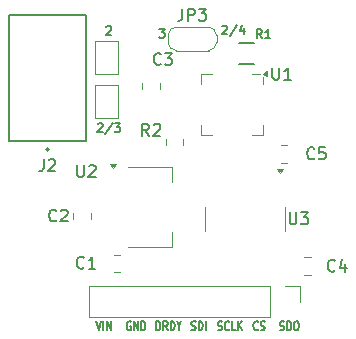
<source format=gbr>
%TF.GenerationSoftware,KiCad,Pcbnew,8.0.4*%
%TF.CreationDate,2024-10-25T14:16:06-05:00*%
%TF.ProjectId,weather-station-rtd,77656174-6865-4722-9d73-746174696f6e,rev?*%
%TF.SameCoordinates,Original*%
%TF.FileFunction,Legend,Top*%
%TF.FilePolarity,Positive*%
%FSLAX46Y46*%
G04 Gerber Fmt 4.6, Leading zero omitted, Abs format (unit mm)*
G04 Created by KiCad (PCBNEW 8.0.4) date 2024-10-25 14:16:06*
%MOMM*%
%LPD*%
G01*
G04 APERTURE LIST*
%ADD10C,0.127000*%
%ADD11C,0.150000*%
%ADD12C,0.120000*%
%ADD13C,0.200000*%
G04 APERTURE END LIST*
D10*
X170180637Y-115385096D02*
X170266352Y-115420810D01*
X170266352Y-115420810D02*
X170409209Y-115420810D01*
X170409209Y-115420810D02*
X170466352Y-115385096D01*
X170466352Y-115385096D02*
X170494923Y-115349381D01*
X170494923Y-115349381D02*
X170523494Y-115277953D01*
X170523494Y-115277953D02*
X170523494Y-115206524D01*
X170523494Y-115206524D02*
X170494923Y-115135096D01*
X170494923Y-115135096D02*
X170466352Y-115099381D01*
X170466352Y-115099381D02*
X170409209Y-115063667D01*
X170409209Y-115063667D02*
X170294923Y-115027953D01*
X170294923Y-115027953D02*
X170237780Y-114992238D01*
X170237780Y-114992238D02*
X170209209Y-114956524D01*
X170209209Y-114956524D02*
X170180637Y-114885096D01*
X170180637Y-114885096D02*
X170180637Y-114813667D01*
X170180637Y-114813667D02*
X170209209Y-114742238D01*
X170209209Y-114742238D02*
X170237780Y-114706524D01*
X170237780Y-114706524D02*
X170294923Y-114670810D01*
X170294923Y-114670810D02*
X170437780Y-114670810D01*
X170437780Y-114670810D02*
X170523494Y-114706524D01*
X170780638Y-115420810D02*
X170780638Y-114670810D01*
X170780638Y-114670810D02*
X170923495Y-114670810D01*
X170923495Y-114670810D02*
X171009209Y-114706524D01*
X171009209Y-114706524D02*
X171066352Y-114777953D01*
X171066352Y-114777953D02*
X171094923Y-114849381D01*
X171094923Y-114849381D02*
X171123495Y-114992238D01*
X171123495Y-114992238D02*
X171123495Y-115099381D01*
X171123495Y-115099381D02*
X171094923Y-115242238D01*
X171094923Y-115242238D02*
X171066352Y-115313667D01*
X171066352Y-115313667D02*
X171009209Y-115385096D01*
X171009209Y-115385096D02*
X170923495Y-115420810D01*
X170923495Y-115420810D02*
X170780638Y-115420810D01*
X171494923Y-114670810D02*
X171609209Y-114670810D01*
X171609209Y-114670810D02*
X171666352Y-114706524D01*
X171666352Y-114706524D02*
X171723495Y-114777953D01*
X171723495Y-114777953D02*
X171752066Y-114920810D01*
X171752066Y-114920810D02*
X171752066Y-115170810D01*
X171752066Y-115170810D02*
X171723495Y-115313667D01*
X171723495Y-115313667D02*
X171666352Y-115385096D01*
X171666352Y-115385096D02*
X171609209Y-115420810D01*
X171609209Y-115420810D02*
X171494923Y-115420810D01*
X171494923Y-115420810D02*
X171437781Y-115385096D01*
X171437781Y-115385096D02*
X171380638Y-115313667D01*
X171380638Y-115313667D02*
X171352066Y-115170810D01*
X171352066Y-115170810D02*
X171352066Y-114920810D01*
X171352066Y-114920810D02*
X171380638Y-114777953D01*
X171380638Y-114777953D02*
X171437781Y-114706524D01*
X171437781Y-114706524D02*
X171494923Y-114670810D01*
X157523494Y-114706524D02*
X157466352Y-114670810D01*
X157466352Y-114670810D02*
X157380637Y-114670810D01*
X157380637Y-114670810D02*
X157294923Y-114706524D01*
X157294923Y-114706524D02*
X157237780Y-114777953D01*
X157237780Y-114777953D02*
X157209209Y-114849381D01*
X157209209Y-114849381D02*
X157180637Y-114992238D01*
X157180637Y-114992238D02*
X157180637Y-115099381D01*
X157180637Y-115099381D02*
X157209209Y-115242238D01*
X157209209Y-115242238D02*
X157237780Y-115313667D01*
X157237780Y-115313667D02*
X157294923Y-115385096D01*
X157294923Y-115385096D02*
X157380637Y-115420810D01*
X157380637Y-115420810D02*
X157437780Y-115420810D01*
X157437780Y-115420810D02*
X157523494Y-115385096D01*
X157523494Y-115385096D02*
X157552066Y-115349381D01*
X157552066Y-115349381D02*
X157552066Y-115099381D01*
X157552066Y-115099381D02*
X157437780Y-115099381D01*
X157809209Y-115420810D02*
X157809209Y-114670810D01*
X157809209Y-114670810D02*
X158152066Y-115420810D01*
X158152066Y-115420810D02*
X158152066Y-114670810D01*
X158437780Y-115420810D02*
X158437780Y-114670810D01*
X158437780Y-114670810D02*
X158580637Y-114670810D01*
X158580637Y-114670810D02*
X158666351Y-114706524D01*
X158666351Y-114706524D02*
X158723494Y-114777953D01*
X158723494Y-114777953D02*
X158752065Y-114849381D01*
X158752065Y-114849381D02*
X158780637Y-114992238D01*
X158780637Y-114992238D02*
X158780637Y-115099381D01*
X158780637Y-115099381D02*
X158752065Y-115242238D01*
X158752065Y-115242238D02*
X158723494Y-115313667D01*
X158723494Y-115313667D02*
X158666351Y-115385096D01*
X158666351Y-115385096D02*
X158580637Y-115420810D01*
X158580637Y-115420810D02*
X158437780Y-115420810D01*
X155476409Y-89723038D02*
X155512123Y-89687324D01*
X155512123Y-89687324D02*
X155583552Y-89651610D01*
X155583552Y-89651610D02*
X155762123Y-89651610D01*
X155762123Y-89651610D02*
X155833552Y-89687324D01*
X155833552Y-89687324D02*
X155869266Y-89723038D01*
X155869266Y-89723038D02*
X155904980Y-89794467D01*
X155904980Y-89794467D02*
X155904980Y-89865896D01*
X155904980Y-89865896D02*
X155869266Y-89973038D01*
X155869266Y-89973038D02*
X155440694Y-90401610D01*
X155440694Y-90401610D02*
X155904980Y-90401610D01*
X154623494Y-114670810D02*
X154823494Y-115420810D01*
X154823494Y-115420810D02*
X155023494Y-114670810D01*
X155223495Y-115420810D02*
X155223495Y-114670810D01*
X155509209Y-115420810D02*
X155509209Y-114670810D01*
X155509209Y-114670810D02*
X155852066Y-115420810D01*
X155852066Y-115420810D02*
X155852066Y-114670810D01*
X164930637Y-115385096D02*
X165016352Y-115420810D01*
X165016352Y-115420810D02*
X165159209Y-115420810D01*
X165159209Y-115420810D02*
X165216352Y-115385096D01*
X165216352Y-115385096D02*
X165244923Y-115349381D01*
X165244923Y-115349381D02*
X165273494Y-115277953D01*
X165273494Y-115277953D02*
X165273494Y-115206524D01*
X165273494Y-115206524D02*
X165244923Y-115135096D01*
X165244923Y-115135096D02*
X165216352Y-115099381D01*
X165216352Y-115099381D02*
X165159209Y-115063667D01*
X165159209Y-115063667D02*
X165044923Y-115027953D01*
X165044923Y-115027953D02*
X164987780Y-114992238D01*
X164987780Y-114992238D02*
X164959209Y-114956524D01*
X164959209Y-114956524D02*
X164930637Y-114885096D01*
X164930637Y-114885096D02*
X164930637Y-114813667D01*
X164930637Y-114813667D02*
X164959209Y-114742238D01*
X164959209Y-114742238D02*
X164987780Y-114706524D01*
X164987780Y-114706524D02*
X165044923Y-114670810D01*
X165044923Y-114670810D02*
X165187780Y-114670810D01*
X165187780Y-114670810D02*
X165273494Y-114706524D01*
X165873495Y-115349381D02*
X165844923Y-115385096D01*
X165844923Y-115385096D02*
X165759209Y-115420810D01*
X165759209Y-115420810D02*
X165702066Y-115420810D01*
X165702066Y-115420810D02*
X165616352Y-115385096D01*
X165616352Y-115385096D02*
X165559209Y-115313667D01*
X165559209Y-115313667D02*
X165530638Y-115242238D01*
X165530638Y-115242238D02*
X165502066Y-115099381D01*
X165502066Y-115099381D02*
X165502066Y-114992238D01*
X165502066Y-114992238D02*
X165530638Y-114849381D01*
X165530638Y-114849381D02*
X165559209Y-114777953D01*
X165559209Y-114777953D02*
X165616352Y-114706524D01*
X165616352Y-114706524D02*
X165702066Y-114670810D01*
X165702066Y-114670810D02*
X165759209Y-114670810D01*
X165759209Y-114670810D02*
X165844923Y-114706524D01*
X165844923Y-114706524D02*
X165873495Y-114742238D01*
X166416352Y-115420810D02*
X166130638Y-115420810D01*
X166130638Y-115420810D02*
X166130638Y-114670810D01*
X166616352Y-115420810D02*
X166616352Y-114670810D01*
X166959209Y-115420810D02*
X166702066Y-114992238D01*
X166959209Y-114670810D02*
X166616352Y-115099381D01*
X154726409Y-97973038D02*
X154762123Y-97937324D01*
X154762123Y-97937324D02*
X154833552Y-97901610D01*
X154833552Y-97901610D02*
X155012123Y-97901610D01*
X155012123Y-97901610D02*
X155083552Y-97937324D01*
X155083552Y-97937324D02*
X155119266Y-97973038D01*
X155119266Y-97973038D02*
X155154980Y-98044467D01*
X155154980Y-98044467D02*
X155154980Y-98115896D01*
X155154980Y-98115896D02*
X155119266Y-98223038D01*
X155119266Y-98223038D02*
X154690694Y-98651610D01*
X154690694Y-98651610D02*
X155154980Y-98651610D01*
X156012123Y-97865896D02*
X155369266Y-98830181D01*
X156190694Y-97901610D02*
X156654980Y-97901610D01*
X156654980Y-97901610D02*
X156404980Y-98187324D01*
X156404980Y-98187324D02*
X156512123Y-98187324D01*
X156512123Y-98187324D02*
X156583552Y-98223038D01*
X156583552Y-98223038D02*
X156619266Y-98258753D01*
X156619266Y-98258753D02*
X156654980Y-98330181D01*
X156654980Y-98330181D02*
X156654980Y-98508753D01*
X156654980Y-98508753D02*
X156619266Y-98580181D01*
X156619266Y-98580181D02*
X156583552Y-98615896D01*
X156583552Y-98615896D02*
X156512123Y-98651610D01*
X156512123Y-98651610D02*
X156297837Y-98651610D01*
X156297837Y-98651610D02*
X156226409Y-98615896D01*
X156226409Y-98615896D02*
X156190694Y-98580181D01*
X165275609Y-89697838D02*
X165311323Y-89662124D01*
X165311323Y-89662124D02*
X165382752Y-89626410D01*
X165382752Y-89626410D02*
X165561323Y-89626410D01*
X165561323Y-89626410D02*
X165632752Y-89662124D01*
X165632752Y-89662124D02*
X165668466Y-89697838D01*
X165668466Y-89697838D02*
X165704180Y-89769267D01*
X165704180Y-89769267D02*
X165704180Y-89840696D01*
X165704180Y-89840696D02*
X165668466Y-89947838D01*
X165668466Y-89947838D02*
X165239894Y-90376410D01*
X165239894Y-90376410D02*
X165704180Y-90376410D01*
X166561323Y-89590696D02*
X165918466Y-90554981D01*
X167132752Y-89876410D02*
X167132752Y-90376410D01*
X166954180Y-89590696D02*
X166775609Y-90126410D01*
X166775609Y-90126410D02*
X167239894Y-90126410D01*
X168302066Y-115349381D02*
X168273494Y-115385096D01*
X168273494Y-115385096D02*
X168187780Y-115420810D01*
X168187780Y-115420810D02*
X168130637Y-115420810D01*
X168130637Y-115420810D02*
X168044923Y-115385096D01*
X168044923Y-115385096D02*
X167987780Y-115313667D01*
X167987780Y-115313667D02*
X167959209Y-115242238D01*
X167959209Y-115242238D02*
X167930637Y-115099381D01*
X167930637Y-115099381D02*
X167930637Y-114992238D01*
X167930637Y-114992238D02*
X167959209Y-114849381D01*
X167959209Y-114849381D02*
X167987780Y-114777953D01*
X167987780Y-114777953D02*
X168044923Y-114706524D01*
X168044923Y-114706524D02*
X168130637Y-114670810D01*
X168130637Y-114670810D02*
X168187780Y-114670810D01*
X168187780Y-114670810D02*
X168273494Y-114706524D01*
X168273494Y-114706524D02*
X168302066Y-114742238D01*
X168530637Y-115385096D02*
X168616352Y-115420810D01*
X168616352Y-115420810D02*
X168759209Y-115420810D01*
X168759209Y-115420810D02*
X168816352Y-115385096D01*
X168816352Y-115385096D02*
X168844923Y-115349381D01*
X168844923Y-115349381D02*
X168873494Y-115277953D01*
X168873494Y-115277953D02*
X168873494Y-115206524D01*
X168873494Y-115206524D02*
X168844923Y-115135096D01*
X168844923Y-115135096D02*
X168816352Y-115099381D01*
X168816352Y-115099381D02*
X168759209Y-115063667D01*
X168759209Y-115063667D02*
X168644923Y-115027953D01*
X168644923Y-115027953D02*
X168587780Y-114992238D01*
X168587780Y-114992238D02*
X168559209Y-114956524D01*
X168559209Y-114956524D02*
X168530637Y-114885096D01*
X168530637Y-114885096D02*
X168530637Y-114813667D01*
X168530637Y-114813667D02*
X168559209Y-114742238D01*
X168559209Y-114742238D02*
X168587780Y-114706524D01*
X168587780Y-114706524D02*
X168644923Y-114670810D01*
X168644923Y-114670810D02*
X168787780Y-114670810D01*
X168787780Y-114670810D02*
X168873494Y-114706524D01*
X159709209Y-115420810D02*
X159709209Y-114670810D01*
X159709209Y-114670810D02*
X159852066Y-114670810D01*
X159852066Y-114670810D02*
X159937780Y-114706524D01*
X159937780Y-114706524D02*
X159994923Y-114777953D01*
X159994923Y-114777953D02*
X160023494Y-114849381D01*
X160023494Y-114849381D02*
X160052066Y-114992238D01*
X160052066Y-114992238D02*
X160052066Y-115099381D01*
X160052066Y-115099381D02*
X160023494Y-115242238D01*
X160023494Y-115242238D02*
X159994923Y-115313667D01*
X159994923Y-115313667D02*
X159937780Y-115385096D01*
X159937780Y-115385096D02*
X159852066Y-115420810D01*
X159852066Y-115420810D02*
X159709209Y-115420810D01*
X160652066Y-115420810D02*
X160452066Y-115063667D01*
X160309209Y-115420810D02*
X160309209Y-114670810D01*
X160309209Y-114670810D02*
X160537780Y-114670810D01*
X160537780Y-114670810D02*
X160594923Y-114706524D01*
X160594923Y-114706524D02*
X160623494Y-114742238D01*
X160623494Y-114742238D02*
X160652066Y-114813667D01*
X160652066Y-114813667D02*
X160652066Y-114920810D01*
X160652066Y-114920810D02*
X160623494Y-114992238D01*
X160623494Y-114992238D02*
X160594923Y-115027953D01*
X160594923Y-115027953D02*
X160537780Y-115063667D01*
X160537780Y-115063667D02*
X160309209Y-115063667D01*
X160909209Y-115420810D02*
X160909209Y-114670810D01*
X160909209Y-114670810D02*
X161052066Y-114670810D01*
X161052066Y-114670810D02*
X161137780Y-114706524D01*
X161137780Y-114706524D02*
X161194923Y-114777953D01*
X161194923Y-114777953D02*
X161223494Y-114849381D01*
X161223494Y-114849381D02*
X161252066Y-114992238D01*
X161252066Y-114992238D02*
X161252066Y-115099381D01*
X161252066Y-115099381D02*
X161223494Y-115242238D01*
X161223494Y-115242238D02*
X161194923Y-115313667D01*
X161194923Y-115313667D02*
X161137780Y-115385096D01*
X161137780Y-115385096D02*
X161052066Y-115420810D01*
X161052066Y-115420810D02*
X160909209Y-115420810D01*
X161623494Y-115063667D02*
X161623494Y-115420810D01*
X161423494Y-114670810D02*
X161623494Y-115063667D01*
X161623494Y-115063667D02*
X161823494Y-114670810D01*
X159940694Y-89901610D02*
X160404980Y-89901610D01*
X160404980Y-89901610D02*
X160154980Y-90187324D01*
X160154980Y-90187324D02*
X160262123Y-90187324D01*
X160262123Y-90187324D02*
X160333552Y-90223038D01*
X160333552Y-90223038D02*
X160369266Y-90258753D01*
X160369266Y-90258753D02*
X160404980Y-90330181D01*
X160404980Y-90330181D02*
X160404980Y-90508753D01*
X160404980Y-90508753D02*
X160369266Y-90580181D01*
X160369266Y-90580181D02*
X160333552Y-90615896D01*
X160333552Y-90615896D02*
X160262123Y-90651610D01*
X160262123Y-90651610D02*
X160047837Y-90651610D01*
X160047837Y-90651610D02*
X159976409Y-90615896D01*
X159976409Y-90615896D02*
X159940694Y-90580181D01*
X162680637Y-115385096D02*
X162766352Y-115420810D01*
X162766352Y-115420810D02*
X162909209Y-115420810D01*
X162909209Y-115420810D02*
X162966352Y-115385096D01*
X162966352Y-115385096D02*
X162994923Y-115349381D01*
X162994923Y-115349381D02*
X163023494Y-115277953D01*
X163023494Y-115277953D02*
X163023494Y-115206524D01*
X163023494Y-115206524D02*
X162994923Y-115135096D01*
X162994923Y-115135096D02*
X162966352Y-115099381D01*
X162966352Y-115099381D02*
X162909209Y-115063667D01*
X162909209Y-115063667D02*
X162794923Y-115027953D01*
X162794923Y-115027953D02*
X162737780Y-114992238D01*
X162737780Y-114992238D02*
X162709209Y-114956524D01*
X162709209Y-114956524D02*
X162680637Y-114885096D01*
X162680637Y-114885096D02*
X162680637Y-114813667D01*
X162680637Y-114813667D02*
X162709209Y-114742238D01*
X162709209Y-114742238D02*
X162737780Y-114706524D01*
X162737780Y-114706524D02*
X162794923Y-114670810D01*
X162794923Y-114670810D02*
X162937780Y-114670810D01*
X162937780Y-114670810D02*
X163023494Y-114706524D01*
X163280638Y-115420810D02*
X163280638Y-114670810D01*
X163280638Y-114670810D02*
X163423495Y-114670810D01*
X163423495Y-114670810D02*
X163509209Y-114706524D01*
X163509209Y-114706524D02*
X163566352Y-114777953D01*
X163566352Y-114777953D02*
X163594923Y-114849381D01*
X163594923Y-114849381D02*
X163623495Y-114992238D01*
X163623495Y-114992238D02*
X163623495Y-115099381D01*
X163623495Y-115099381D02*
X163594923Y-115242238D01*
X163594923Y-115242238D02*
X163566352Y-115313667D01*
X163566352Y-115313667D02*
X163509209Y-115385096D01*
X163509209Y-115385096D02*
X163423495Y-115420810D01*
X163423495Y-115420810D02*
X163280638Y-115420810D01*
X163880638Y-115420810D02*
X163880638Y-114670810D01*
D11*
X168632599Y-90712364D02*
X168382599Y-90355221D01*
X168204028Y-90712364D02*
X168204028Y-89962364D01*
X168204028Y-89962364D02*
X168489742Y-89962364D01*
X168489742Y-89962364D02*
X168561171Y-89998078D01*
X168561171Y-89998078D02*
X168596885Y-90033792D01*
X168596885Y-90033792D02*
X168632599Y-90105221D01*
X168632599Y-90105221D02*
X168632599Y-90212364D01*
X168632599Y-90212364D02*
X168596885Y-90283792D01*
X168596885Y-90283792D02*
X168561171Y-90319507D01*
X168561171Y-90319507D02*
X168489742Y-90355221D01*
X168489742Y-90355221D02*
X168204028Y-90355221D01*
X169346885Y-90712364D02*
X168918314Y-90712364D01*
X169132599Y-90712364D02*
X169132599Y-89962364D01*
X169132599Y-89962364D02*
X169061171Y-90069507D01*
X169061171Y-90069507D02*
X168989742Y-90140935D01*
X168989742Y-90140935D02*
X168918314Y-90176650D01*
X161916666Y-88204819D02*
X161916666Y-88919104D01*
X161916666Y-88919104D02*
X161869047Y-89061961D01*
X161869047Y-89061961D02*
X161773809Y-89157200D01*
X161773809Y-89157200D02*
X161630952Y-89204819D01*
X161630952Y-89204819D02*
X161535714Y-89204819D01*
X162392857Y-89204819D02*
X162392857Y-88204819D01*
X162392857Y-88204819D02*
X162773809Y-88204819D01*
X162773809Y-88204819D02*
X162869047Y-88252438D01*
X162869047Y-88252438D02*
X162916666Y-88300057D01*
X162916666Y-88300057D02*
X162964285Y-88395295D01*
X162964285Y-88395295D02*
X162964285Y-88538152D01*
X162964285Y-88538152D02*
X162916666Y-88633390D01*
X162916666Y-88633390D02*
X162869047Y-88681009D01*
X162869047Y-88681009D02*
X162773809Y-88728628D01*
X162773809Y-88728628D02*
X162392857Y-88728628D01*
X163297619Y-88204819D02*
X163916666Y-88204819D01*
X163916666Y-88204819D02*
X163583333Y-88585771D01*
X163583333Y-88585771D02*
X163726190Y-88585771D01*
X163726190Y-88585771D02*
X163821428Y-88633390D01*
X163821428Y-88633390D02*
X163869047Y-88681009D01*
X163869047Y-88681009D02*
X163916666Y-88776247D01*
X163916666Y-88776247D02*
X163916666Y-89014342D01*
X163916666Y-89014342D02*
X163869047Y-89109580D01*
X163869047Y-89109580D02*
X163821428Y-89157200D01*
X163821428Y-89157200D02*
X163726190Y-89204819D01*
X163726190Y-89204819D02*
X163440476Y-89204819D01*
X163440476Y-89204819D02*
X163345238Y-89157200D01*
X163345238Y-89157200D02*
X163297619Y-89109580D01*
X174833333Y-110359580D02*
X174785714Y-110407200D01*
X174785714Y-110407200D02*
X174642857Y-110454819D01*
X174642857Y-110454819D02*
X174547619Y-110454819D01*
X174547619Y-110454819D02*
X174404762Y-110407200D01*
X174404762Y-110407200D02*
X174309524Y-110311961D01*
X174309524Y-110311961D02*
X174261905Y-110216723D01*
X174261905Y-110216723D02*
X174214286Y-110026247D01*
X174214286Y-110026247D02*
X174214286Y-109883390D01*
X174214286Y-109883390D02*
X174261905Y-109692914D01*
X174261905Y-109692914D02*
X174309524Y-109597676D01*
X174309524Y-109597676D02*
X174404762Y-109502438D01*
X174404762Y-109502438D02*
X174547619Y-109454819D01*
X174547619Y-109454819D02*
X174642857Y-109454819D01*
X174642857Y-109454819D02*
X174785714Y-109502438D01*
X174785714Y-109502438D02*
X174833333Y-109550057D01*
X175690476Y-109788152D02*
X175690476Y-110454819D01*
X175452381Y-109407200D02*
X175214286Y-110121485D01*
X175214286Y-110121485D02*
X175833333Y-110121485D01*
X160083333Y-92859580D02*
X160035714Y-92907200D01*
X160035714Y-92907200D02*
X159892857Y-92954819D01*
X159892857Y-92954819D02*
X159797619Y-92954819D01*
X159797619Y-92954819D02*
X159654762Y-92907200D01*
X159654762Y-92907200D02*
X159559524Y-92811961D01*
X159559524Y-92811961D02*
X159511905Y-92716723D01*
X159511905Y-92716723D02*
X159464286Y-92526247D01*
X159464286Y-92526247D02*
X159464286Y-92383390D01*
X159464286Y-92383390D02*
X159511905Y-92192914D01*
X159511905Y-92192914D02*
X159559524Y-92097676D01*
X159559524Y-92097676D02*
X159654762Y-92002438D01*
X159654762Y-92002438D02*
X159797619Y-91954819D01*
X159797619Y-91954819D02*
X159892857Y-91954819D01*
X159892857Y-91954819D02*
X160035714Y-92002438D01*
X160035714Y-92002438D02*
X160083333Y-92050057D01*
X160416667Y-91954819D02*
X161035714Y-91954819D01*
X161035714Y-91954819D02*
X160702381Y-92335771D01*
X160702381Y-92335771D02*
X160845238Y-92335771D01*
X160845238Y-92335771D02*
X160940476Y-92383390D01*
X160940476Y-92383390D02*
X160988095Y-92431009D01*
X160988095Y-92431009D02*
X161035714Y-92526247D01*
X161035714Y-92526247D02*
X161035714Y-92764342D01*
X161035714Y-92764342D02*
X160988095Y-92859580D01*
X160988095Y-92859580D02*
X160940476Y-92907200D01*
X160940476Y-92907200D02*
X160845238Y-92954819D01*
X160845238Y-92954819D02*
X160559524Y-92954819D01*
X160559524Y-92954819D02*
X160464286Y-92907200D01*
X160464286Y-92907200D02*
X160416667Y-92859580D01*
X159083333Y-98954819D02*
X158750000Y-98478628D01*
X158511905Y-98954819D02*
X158511905Y-97954819D01*
X158511905Y-97954819D02*
X158892857Y-97954819D01*
X158892857Y-97954819D02*
X158988095Y-98002438D01*
X158988095Y-98002438D02*
X159035714Y-98050057D01*
X159035714Y-98050057D02*
X159083333Y-98145295D01*
X159083333Y-98145295D02*
X159083333Y-98288152D01*
X159083333Y-98288152D02*
X159035714Y-98383390D01*
X159035714Y-98383390D02*
X158988095Y-98431009D01*
X158988095Y-98431009D02*
X158892857Y-98478628D01*
X158892857Y-98478628D02*
X158511905Y-98478628D01*
X159464286Y-98050057D02*
X159511905Y-98002438D01*
X159511905Y-98002438D02*
X159607143Y-97954819D01*
X159607143Y-97954819D02*
X159845238Y-97954819D01*
X159845238Y-97954819D02*
X159940476Y-98002438D01*
X159940476Y-98002438D02*
X159988095Y-98050057D01*
X159988095Y-98050057D02*
X160035714Y-98145295D01*
X160035714Y-98145295D02*
X160035714Y-98240533D01*
X160035714Y-98240533D02*
X159988095Y-98383390D01*
X159988095Y-98383390D02*
X159416667Y-98954819D01*
X159416667Y-98954819D02*
X160035714Y-98954819D01*
X153583333Y-110109580D02*
X153535714Y-110157200D01*
X153535714Y-110157200D02*
X153392857Y-110204819D01*
X153392857Y-110204819D02*
X153297619Y-110204819D01*
X153297619Y-110204819D02*
X153154762Y-110157200D01*
X153154762Y-110157200D02*
X153059524Y-110061961D01*
X153059524Y-110061961D02*
X153011905Y-109966723D01*
X153011905Y-109966723D02*
X152964286Y-109776247D01*
X152964286Y-109776247D02*
X152964286Y-109633390D01*
X152964286Y-109633390D02*
X153011905Y-109442914D01*
X153011905Y-109442914D02*
X153059524Y-109347676D01*
X153059524Y-109347676D02*
X153154762Y-109252438D01*
X153154762Y-109252438D02*
X153297619Y-109204819D01*
X153297619Y-109204819D02*
X153392857Y-109204819D01*
X153392857Y-109204819D02*
X153535714Y-109252438D01*
X153535714Y-109252438D02*
X153583333Y-109300057D01*
X154535714Y-110204819D02*
X153964286Y-110204819D01*
X154250000Y-110204819D02*
X154250000Y-109204819D01*
X154250000Y-109204819D02*
X154154762Y-109347676D01*
X154154762Y-109347676D02*
X154059524Y-109442914D01*
X154059524Y-109442914D02*
X153964286Y-109490533D01*
X169538095Y-93204819D02*
X169538095Y-94014342D01*
X169538095Y-94014342D02*
X169585714Y-94109580D01*
X169585714Y-94109580D02*
X169633333Y-94157200D01*
X169633333Y-94157200D02*
X169728571Y-94204819D01*
X169728571Y-94204819D02*
X169919047Y-94204819D01*
X169919047Y-94204819D02*
X170014285Y-94157200D01*
X170014285Y-94157200D02*
X170061904Y-94109580D01*
X170061904Y-94109580D02*
X170109523Y-94014342D01*
X170109523Y-94014342D02*
X170109523Y-93204819D01*
X171109523Y-94204819D02*
X170538095Y-94204819D01*
X170823809Y-94204819D02*
X170823809Y-93204819D01*
X170823809Y-93204819D02*
X170728571Y-93347676D01*
X170728571Y-93347676D02*
X170633333Y-93442914D01*
X170633333Y-93442914D02*
X170538095Y-93490533D01*
X170988095Y-105454819D02*
X170988095Y-106264342D01*
X170988095Y-106264342D02*
X171035714Y-106359580D01*
X171035714Y-106359580D02*
X171083333Y-106407200D01*
X171083333Y-106407200D02*
X171178571Y-106454819D01*
X171178571Y-106454819D02*
X171369047Y-106454819D01*
X171369047Y-106454819D02*
X171464285Y-106407200D01*
X171464285Y-106407200D02*
X171511904Y-106359580D01*
X171511904Y-106359580D02*
X171559523Y-106264342D01*
X171559523Y-106264342D02*
X171559523Y-105454819D01*
X171940476Y-105454819D02*
X172559523Y-105454819D01*
X172559523Y-105454819D02*
X172226190Y-105835771D01*
X172226190Y-105835771D02*
X172369047Y-105835771D01*
X172369047Y-105835771D02*
X172464285Y-105883390D01*
X172464285Y-105883390D02*
X172511904Y-105931009D01*
X172511904Y-105931009D02*
X172559523Y-106026247D01*
X172559523Y-106026247D02*
X172559523Y-106264342D01*
X172559523Y-106264342D02*
X172511904Y-106359580D01*
X172511904Y-106359580D02*
X172464285Y-106407200D01*
X172464285Y-106407200D02*
X172369047Y-106454819D01*
X172369047Y-106454819D02*
X172083333Y-106454819D01*
X172083333Y-106454819D02*
X171988095Y-106407200D01*
X171988095Y-106407200D02*
X171940476Y-106359580D01*
X150166666Y-100954819D02*
X150166666Y-101669104D01*
X150166666Y-101669104D02*
X150119047Y-101811961D01*
X150119047Y-101811961D02*
X150023809Y-101907200D01*
X150023809Y-101907200D02*
X149880952Y-101954819D01*
X149880952Y-101954819D02*
X149785714Y-101954819D01*
X150595238Y-101050057D02*
X150642857Y-101002438D01*
X150642857Y-101002438D02*
X150738095Y-100954819D01*
X150738095Y-100954819D02*
X150976190Y-100954819D01*
X150976190Y-100954819D02*
X151071428Y-101002438D01*
X151071428Y-101002438D02*
X151119047Y-101050057D01*
X151119047Y-101050057D02*
X151166666Y-101145295D01*
X151166666Y-101145295D02*
X151166666Y-101240533D01*
X151166666Y-101240533D02*
X151119047Y-101383390D01*
X151119047Y-101383390D02*
X150547619Y-101954819D01*
X150547619Y-101954819D02*
X151166666Y-101954819D01*
X173083333Y-100859580D02*
X173035714Y-100907200D01*
X173035714Y-100907200D02*
X172892857Y-100954819D01*
X172892857Y-100954819D02*
X172797619Y-100954819D01*
X172797619Y-100954819D02*
X172654762Y-100907200D01*
X172654762Y-100907200D02*
X172559524Y-100811961D01*
X172559524Y-100811961D02*
X172511905Y-100716723D01*
X172511905Y-100716723D02*
X172464286Y-100526247D01*
X172464286Y-100526247D02*
X172464286Y-100383390D01*
X172464286Y-100383390D02*
X172511905Y-100192914D01*
X172511905Y-100192914D02*
X172559524Y-100097676D01*
X172559524Y-100097676D02*
X172654762Y-100002438D01*
X172654762Y-100002438D02*
X172797619Y-99954819D01*
X172797619Y-99954819D02*
X172892857Y-99954819D01*
X172892857Y-99954819D02*
X173035714Y-100002438D01*
X173035714Y-100002438D02*
X173083333Y-100050057D01*
X173988095Y-99954819D02*
X173511905Y-99954819D01*
X173511905Y-99954819D02*
X173464286Y-100431009D01*
X173464286Y-100431009D02*
X173511905Y-100383390D01*
X173511905Y-100383390D02*
X173607143Y-100335771D01*
X173607143Y-100335771D02*
X173845238Y-100335771D01*
X173845238Y-100335771D02*
X173940476Y-100383390D01*
X173940476Y-100383390D02*
X173988095Y-100431009D01*
X173988095Y-100431009D02*
X174035714Y-100526247D01*
X174035714Y-100526247D02*
X174035714Y-100764342D01*
X174035714Y-100764342D02*
X173988095Y-100859580D01*
X173988095Y-100859580D02*
X173940476Y-100907200D01*
X173940476Y-100907200D02*
X173845238Y-100954819D01*
X173845238Y-100954819D02*
X173607143Y-100954819D01*
X173607143Y-100954819D02*
X173511905Y-100907200D01*
X173511905Y-100907200D02*
X173464286Y-100859580D01*
X151233333Y-106109580D02*
X151185714Y-106157200D01*
X151185714Y-106157200D02*
X151042857Y-106204819D01*
X151042857Y-106204819D02*
X150947619Y-106204819D01*
X150947619Y-106204819D02*
X150804762Y-106157200D01*
X150804762Y-106157200D02*
X150709524Y-106061961D01*
X150709524Y-106061961D02*
X150661905Y-105966723D01*
X150661905Y-105966723D02*
X150614286Y-105776247D01*
X150614286Y-105776247D02*
X150614286Y-105633390D01*
X150614286Y-105633390D02*
X150661905Y-105442914D01*
X150661905Y-105442914D02*
X150709524Y-105347676D01*
X150709524Y-105347676D02*
X150804762Y-105252438D01*
X150804762Y-105252438D02*
X150947619Y-105204819D01*
X150947619Y-105204819D02*
X151042857Y-105204819D01*
X151042857Y-105204819D02*
X151185714Y-105252438D01*
X151185714Y-105252438D02*
X151233333Y-105300057D01*
X151614286Y-105300057D02*
X151661905Y-105252438D01*
X151661905Y-105252438D02*
X151757143Y-105204819D01*
X151757143Y-105204819D02*
X151995238Y-105204819D01*
X151995238Y-105204819D02*
X152090476Y-105252438D01*
X152090476Y-105252438D02*
X152138095Y-105300057D01*
X152138095Y-105300057D02*
X152185714Y-105395295D01*
X152185714Y-105395295D02*
X152185714Y-105490533D01*
X152185714Y-105490533D02*
X152138095Y-105633390D01*
X152138095Y-105633390D02*
X151566667Y-106204819D01*
X151566667Y-106204819D02*
X152185714Y-106204819D01*
X152988095Y-101454819D02*
X152988095Y-102264342D01*
X152988095Y-102264342D02*
X153035714Y-102359580D01*
X153035714Y-102359580D02*
X153083333Y-102407200D01*
X153083333Y-102407200D02*
X153178571Y-102454819D01*
X153178571Y-102454819D02*
X153369047Y-102454819D01*
X153369047Y-102454819D02*
X153464285Y-102407200D01*
X153464285Y-102407200D02*
X153511904Y-102359580D01*
X153511904Y-102359580D02*
X153559523Y-102264342D01*
X153559523Y-102264342D02*
X153559523Y-101454819D01*
X153988095Y-101550057D02*
X154035714Y-101502438D01*
X154035714Y-101502438D02*
X154130952Y-101454819D01*
X154130952Y-101454819D02*
X154369047Y-101454819D01*
X154369047Y-101454819D02*
X154464285Y-101502438D01*
X154464285Y-101502438D02*
X154511904Y-101550057D01*
X154511904Y-101550057D02*
X154559523Y-101645295D01*
X154559523Y-101645295D02*
X154559523Y-101740533D01*
X154559523Y-101740533D02*
X154511904Y-101883390D01*
X154511904Y-101883390D02*
X153940476Y-102454819D01*
X153940476Y-102454819D02*
X154559523Y-102454819D01*
D10*
%TO.C,R1*%
X166665200Y-91148800D02*
X168005200Y-91148800D01*
X166665200Y-92848800D02*
X168005200Y-92848800D01*
D12*
%TO.C,JP3*%
X160700000Y-91050000D02*
X160700000Y-90450000D01*
X161350000Y-89750000D02*
X164150000Y-89750000D01*
X164150000Y-91750000D02*
X161350000Y-91750000D01*
X164800000Y-90450000D02*
X164800000Y-91050000D01*
X160700000Y-90450000D02*
G75*
G02*
X161400000Y-89750000I699999J1D01*
G01*
X161400000Y-91750000D02*
G75*
G02*
X160700000Y-91050000I-1J699999D01*
G01*
X164100000Y-89750000D02*
G75*
G02*
X164800000Y-90450000I0J-700000D01*
G01*
X164800000Y-91050000D02*
G75*
G02*
X164100000Y-91750000I-700000J0D01*
G01*
%TO.C,C4*%
X172238748Y-109265000D02*
X172761252Y-109265000D01*
X172238748Y-110735000D02*
X172761252Y-110735000D01*
%TO.C,JP1*%
X154500000Y-94660000D02*
X156500000Y-94660000D01*
X154500000Y-97460000D02*
X154500000Y-94660000D01*
X156500000Y-94660000D02*
X156500000Y-97460000D01*
X156500000Y-97460000D02*
X154500000Y-97460000D01*
%TO.C,C3*%
X158515000Y-94488748D02*
X158515000Y-95011252D01*
X159985000Y-94488748D02*
X159985000Y-95011252D01*
%TO.C,R2*%
X160515000Y-99761252D02*
X160515000Y-99238748D01*
X161985000Y-99761252D02*
X161985000Y-99238748D01*
%TO.C,C1*%
X156138748Y-109015000D02*
X156661252Y-109015000D01*
X156138748Y-110485000D02*
X156661252Y-110485000D01*
%TO.C,U1*%
X163490000Y-93702500D02*
X164390000Y-93702500D01*
X163490000Y-94602500D02*
X163490000Y-93702500D01*
X163490000Y-98022500D02*
X163490000Y-98922500D01*
X163490000Y-98922500D02*
X164390000Y-98922500D01*
X167810000Y-93702500D02*
X168470000Y-93702500D01*
X168710000Y-94602500D02*
X168710000Y-94002500D01*
X168710000Y-98022500D02*
X168710000Y-98922500D01*
X168710000Y-98922500D02*
X167810000Y-98922500D01*
X169040000Y-93942500D02*
X168710000Y-93702500D01*
X169040000Y-93462500D01*
X169040000Y-93942500D01*
G36*
X169040000Y-93942500D02*
G01*
X168710000Y-93702500D01*
X169040000Y-93462500D01*
X169040000Y-93942500D01*
G37*
%TO.C,U3*%
X163865000Y-106000000D02*
X163865000Y-105000000D01*
X163865000Y-106000000D02*
X163865000Y-107000000D01*
X170635000Y-106000000D02*
X170635000Y-105000000D01*
X170635000Y-106000000D02*
X170635000Y-107000000D01*
X170175000Y-102140000D02*
X169935000Y-101810000D01*
X170415000Y-101810000D01*
X170175000Y-102140000D01*
G36*
X170175000Y-102140000D02*
G01*
X169935000Y-101810000D01*
X170415000Y-101810000D01*
X170175000Y-102140000D01*
G37*
D10*
%TO.C,J2*%
X147250000Y-88750000D02*
X153750000Y-88750000D01*
X147250000Y-99370000D02*
X147250000Y-88750000D01*
X153750000Y-88750000D02*
X153750000Y-99370000D01*
X153750000Y-99370000D02*
X147250000Y-99370000D01*
D13*
X150600000Y-100120000D02*
G75*
G02*
X150400000Y-100120000I-100000J0D01*
G01*
X150400000Y-100120000D02*
G75*
G02*
X150600000Y-100120000I100000J0D01*
G01*
D12*
%TO.C,C5*%
X170238748Y-99765000D02*
X170761252Y-99765000D01*
X170238748Y-101235000D02*
X170761252Y-101235000D01*
%TO.C,C2*%
X152665000Y-105488748D02*
X152665000Y-106011252D01*
X154135000Y-105488748D02*
X154135000Y-106011252D01*
%TO.C,JP2*%
X154500000Y-90910000D02*
X156500000Y-90910000D01*
X154500000Y-93710000D02*
X154500000Y-90910000D01*
X156500000Y-90910000D02*
X156500000Y-93710000D01*
X156500000Y-93710000D02*
X154500000Y-93710000D01*
%TO.C,U2*%
X157300000Y-101590000D02*
X161060000Y-101590000D01*
X157300000Y-108410000D02*
X161060000Y-108410000D01*
X161060000Y-101590000D02*
X161060000Y-102850000D01*
X161060000Y-108410000D02*
X161060000Y-107150000D01*
X156020000Y-101690000D02*
X155780000Y-101360000D01*
X156260000Y-101360000D01*
X156020000Y-101690000D01*
G36*
X156020000Y-101690000D02*
G01*
X155780000Y-101360000D01*
X156260000Y-101360000D01*
X156020000Y-101690000D01*
G37*
%TO.C,J1*%
X154010000Y-111670000D02*
X154010000Y-114330000D01*
X169310000Y-111670000D02*
X154010000Y-111670000D01*
X169310000Y-111670000D02*
X169310000Y-114330000D01*
X169310000Y-114330000D02*
X154010000Y-114330000D01*
X170580000Y-111670000D02*
X171910000Y-111670000D01*
X171910000Y-111670000D02*
X171910000Y-113000000D01*
%TD*%
M02*

</source>
